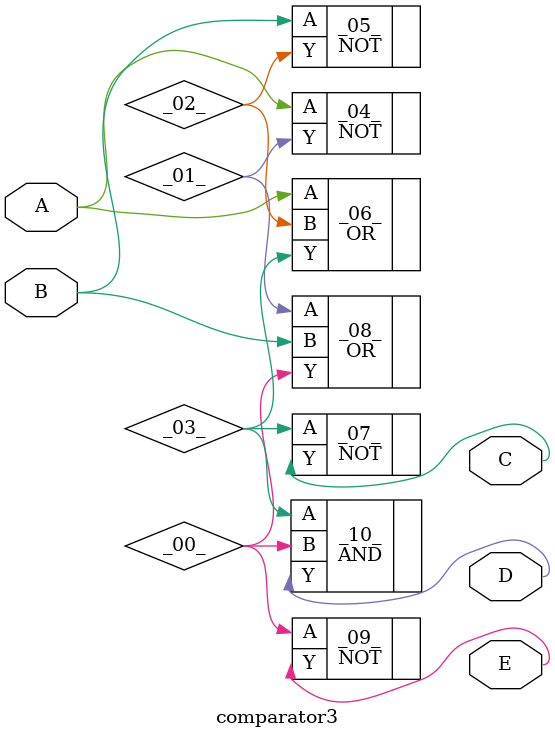
<source format=v>
/* Generated by Yosys 0.41+83 (git sha1 7045cf509, x86_64-w64-mingw32-g++ 13.2.1 -Os) */

/* cells_not_processed =  1  */
/* src = "comparator3.v:1.1-9.10" */
module comparator3(A, B, C, D, E);
  wire _00_;
  wire _01_;
  wire _02_;
  wire _03_;
  /* src = "comparator3.v:2.11-2.12" */
  input A;
  wire A;
  /* src = "comparator3.v:2.13-2.14" */
  input B;
  wire B;
  /* src = "comparator3.v:3.12-3.13" */
  output C;
  wire C;
  /* src = "comparator3.v:3.14-3.15" */
  output D;
  wire D;
  /* src = "comparator3.v:3.16-3.17" */
  output E;
  wire E;
  NOT _04_ (
    .A(A),
    .Y(_01_)
  );
  NOT _05_ (
    .A(B),
    .Y(_02_)
  );
  OR _06_ (
    .A(A),
    .B(_02_),
    .Y(_03_)
  );
  NOT _07_ (
    .A(_03_),
    .Y(C)
  );
  OR _08_ (
    .A(_01_),
    .B(B),
    .Y(_00_)
  );
  NOT _09_ (
    .A(_00_),
    .Y(E)
  );
  AND _10_ (
    .A(_03_),
    .B(_00_),
    .Y(D)
  );
endmodule

</source>
